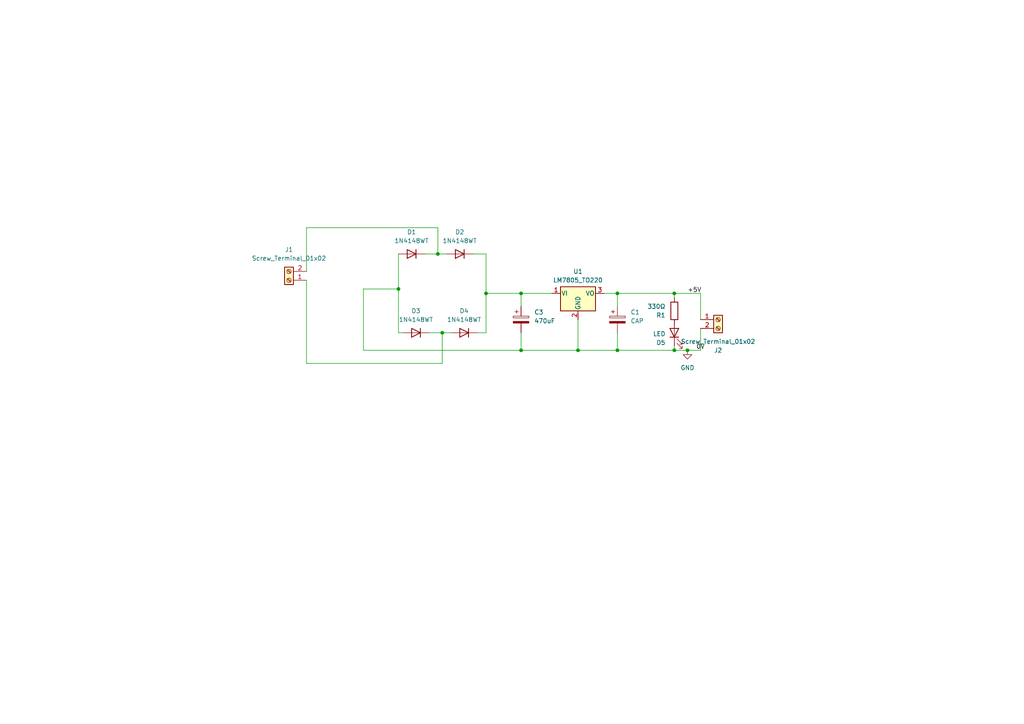
<source format=kicad_sch>
(kicad_sch
	(version 20250114)
	(generator "eeschema")
	(generator_version "9.0")
	(uuid "d2583d54-d566-483d-b76b-e68dc4f204ba")
	(paper "A4")
	(lib_symbols
		(symbol "Connector:Screw_Terminal_01x02"
			(pin_names
				(offset 1.016)
				(hide yes)
			)
			(exclude_from_sim no)
			(in_bom yes)
			(on_board yes)
			(property "Reference" "J"
				(at 0 2.54 0)
				(effects
					(font
						(size 1.27 1.27)
					)
				)
			)
			(property "Value" "Screw_Terminal_01x02"
				(at 0 -5.08 0)
				(effects
					(font
						(size 1.27 1.27)
					)
				)
			)
			(property "Footprint" ""
				(at 0 0 0)
				(effects
					(font
						(size 1.27 1.27)
					)
					(hide yes)
				)
			)
			(property "Datasheet" "~"
				(at 0 0 0)
				(effects
					(font
						(size 1.27 1.27)
					)
					(hide yes)
				)
			)
			(property "Description" "Generic screw terminal, single row, 01x02, script generated (kicad-library-utils/schlib/autogen/connector/)"
				(at 0 0 0)
				(effects
					(font
						(size 1.27 1.27)
					)
					(hide yes)
				)
			)
			(property "ki_keywords" "screw terminal"
				(at 0 0 0)
				(effects
					(font
						(size 1.27 1.27)
					)
					(hide yes)
				)
			)
			(property "ki_fp_filters" "TerminalBlock*:*"
				(at 0 0 0)
				(effects
					(font
						(size 1.27 1.27)
					)
					(hide yes)
				)
			)
			(symbol "Screw_Terminal_01x02_1_1"
				(rectangle
					(start -1.27 1.27)
					(end 1.27 -3.81)
					(stroke
						(width 0.254)
						(type default)
					)
					(fill
						(type background)
					)
				)
				(polyline
					(pts
						(xy -0.5334 0.3302) (xy 0.3302 -0.508)
					)
					(stroke
						(width 0.1524)
						(type default)
					)
					(fill
						(type none)
					)
				)
				(polyline
					(pts
						(xy -0.5334 -2.2098) (xy 0.3302 -3.048)
					)
					(stroke
						(width 0.1524)
						(type default)
					)
					(fill
						(type none)
					)
				)
				(polyline
					(pts
						(xy -0.3556 0.508) (xy 0.508 -0.3302)
					)
					(stroke
						(width 0.1524)
						(type default)
					)
					(fill
						(type none)
					)
				)
				(polyline
					(pts
						(xy -0.3556 -2.032) (xy 0.508 -2.8702)
					)
					(stroke
						(width 0.1524)
						(type default)
					)
					(fill
						(type none)
					)
				)
				(circle
					(center 0 0)
					(radius 0.635)
					(stroke
						(width 0.1524)
						(type default)
					)
					(fill
						(type none)
					)
				)
				(circle
					(center 0 -2.54)
					(radius 0.635)
					(stroke
						(width 0.1524)
						(type default)
					)
					(fill
						(type none)
					)
				)
				(pin passive line
					(at -5.08 0 0)
					(length 3.81)
					(name "Pin_1"
						(effects
							(font
								(size 1.27 1.27)
							)
						)
					)
					(number "1"
						(effects
							(font
								(size 1.27 1.27)
							)
						)
					)
				)
				(pin passive line
					(at -5.08 -2.54 0)
					(length 3.81)
					(name "Pin_2"
						(effects
							(font
								(size 1.27 1.27)
							)
						)
					)
					(number "2"
						(effects
							(font
								(size 1.27 1.27)
							)
						)
					)
				)
			)
			(embedded_fonts no)
		)
		(symbol "Device:C_Polarized"
			(pin_numbers
				(hide yes)
			)
			(pin_names
				(offset 0.254)
			)
			(exclude_from_sim no)
			(in_bom yes)
			(on_board yes)
			(property "Reference" "C"
				(at 0.635 2.54 0)
				(effects
					(font
						(size 1.27 1.27)
					)
					(justify left)
				)
			)
			(property "Value" "C_Polarized"
				(at 0.635 -2.54 0)
				(effects
					(font
						(size 1.27 1.27)
					)
					(justify left)
				)
			)
			(property "Footprint" ""
				(at 0.9652 -3.81 0)
				(effects
					(font
						(size 1.27 1.27)
					)
					(hide yes)
				)
			)
			(property "Datasheet" "~"
				(at 0 0 0)
				(effects
					(font
						(size 1.27 1.27)
					)
					(hide yes)
				)
			)
			(property "Description" "Polarized capacitor"
				(at 0 0 0)
				(effects
					(font
						(size 1.27 1.27)
					)
					(hide yes)
				)
			)
			(property "ki_keywords" "cap capacitor"
				(at 0 0 0)
				(effects
					(font
						(size 1.27 1.27)
					)
					(hide yes)
				)
			)
			(property "ki_fp_filters" "CP_*"
				(at 0 0 0)
				(effects
					(font
						(size 1.27 1.27)
					)
					(hide yes)
				)
			)
			(symbol "C_Polarized_0_1"
				(rectangle
					(start -2.286 0.508)
					(end 2.286 1.016)
					(stroke
						(width 0)
						(type default)
					)
					(fill
						(type none)
					)
				)
				(polyline
					(pts
						(xy -1.778 2.286) (xy -0.762 2.286)
					)
					(stroke
						(width 0)
						(type default)
					)
					(fill
						(type none)
					)
				)
				(polyline
					(pts
						(xy -1.27 2.794) (xy -1.27 1.778)
					)
					(stroke
						(width 0)
						(type default)
					)
					(fill
						(type none)
					)
				)
				(rectangle
					(start 2.286 -0.508)
					(end -2.286 -1.016)
					(stroke
						(width 0)
						(type default)
					)
					(fill
						(type outline)
					)
				)
			)
			(symbol "C_Polarized_1_1"
				(pin passive line
					(at 0 3.81 270)
					(length 2.794)
					(name "~"
						(effects
							(font
								(size 1.27 1.27)
							)
						)
					)
					(number "1"
						(effects
							(font
								(size 1.27 1.27)
							)
						)
					)
				)
				(pin passive line
					(at 0 -3.81 90)
					(length 2.794)
					(name "~"
						(effects
							(font
								(size 1.27 1.27)
							)
						)
					)
					(number "2"
						(effects
							(font
								(size 1.27 1.27)
							)
						)
					)
				)
			)
			(embedded_fonts no)
		)
		(symbol "Device:LED"
			(pin_numbers
				(hide yes)
			)
			(pin_names
				(offset 1.016)
				(hide yes)
			)
			(exclude_from_sim no)
			(in_bom yes)
			(on_board yes)
			(property "Reference" "D"
				(at 0 2.54 0)
				(effects
					(font
						(size 1.27 1.27)
					)
				)
			)
			(property "Value" "LED"
				(at 0 -2.54 0)
				(effects
					(font
						(size 1.27 1.27)
					)
				)
			)
			(property "Footprint" ""
				(at 0 0 0)
				(effects
					(font
						(size 1.27 1.27)
					)
					(hide yes)
				)
			)
			(property "Datasheet" "~"
				(at 0 0 0)
				(effects
					(font
						(size 1.27 1.27)
					)
					(hide yes)
				)
			)
			(property "Description" "Light emitting diode"
				(at 0 0 0)
				(effects
					(font
						(size 1.27 1.27)
					)
					(hide yes)
				)
			)
			(property "Sim.Pins" "1=K 2=A"
				(at 0 0 0)
				(effects
					(font
						(size 1.27 1.27)
					)
					(hide yes)
				)
			)
			(property "ki_keywords" "LED diode"
				(at 0 0 0)
				(effects
					(font
						(size 1.27 1.27)
					)
					(hide yes)
				)
			)
			(property "ki_fp_filters" "LED* LED_SMD:* LED_THT:*"
				(at 0 0 0)
				(effects
					(font
						(size 1.27 1.27)
					)
					(hide yes)
				)
			)
			(symbol "LED_0_1"
				(polyline
					(pts
						(xy -3.048 -0.762) (xy -4.572 -2.286) (xy -3.81 -2.286) (xy -4.572 -2.286) (xy -4.572 -1.524)
					)
					(stroke
						(width 0)
						(type default)
					)
					(fill
						(type none)
					)
				)
				(polyline
					(pts
						(xy -1.778 -0.762) (xy -3.302 -2.286) (xy -2.54 -2.286) (xy -3.302 -2.286) (xy -3.302 -1.524)
					)
					(stroke
						(width 0)
						(type default)
					)
					(fill
						(type none)
					)
				)
				(polyline
					(pts
						(xy -1.27 0) (xy 1.27 0)
					)
					(stroke
						(width 0)
						(type default)
					)
					(fill
						(type none)
					)
				)
				(polyline
					(pts
						(xy -1.27 -1.27) (xy -1.27 1.27)
					)
					(stroke
						(width 0.254)
						(type default)
					)
					(fill
						(type none)
					)
				)
				(polyline
					(pts
						(xy 1.27 -1.27) (xy 1.27 1.27) (xy -1.27 0) (xy 1.27 -1.27)
					)
					(stroke
						(width 0.254)
						(type default)
					)
					(fill
						(type none)
					)
				)
			)
			(symbol "LED_1_1"
				(pin passive line
					(at -3.81 0 0)
					(length 2.54)
					(name "K"
						(effects
							(font
								(size 1.27 1.27)
							)
						)
					)
					(number "1"
						(effects
							(font
								(size 1.27 1.27)
							)
						)
					)
				)
				(pin passive line
					(at 3.81 0 180)
					(length 2.54)
					(name "A"
						(effects
							(font
								(size 1.27 1.27)
							)
						)
					)
					(number "2"
						(effects
							(font
								(size 1.27 1.27)
							)
						)
					)
				)
			)
			(embedded_fonts no)
		)
		(symbol "Device:R"
			(pin_numbers
				(hide yes)
			)
			(pin_names
				(offset 0)
			)
			(exclude_from_sim no)
			(in_bom yes)
			(on_board yes)
			(property "Reference" "R"
				(at 2.032 0 90)
				(effects
					(font
						(size 1.27 1.27)
					)
				)
			)
			(property "Value" "R"
				(at 0 0 90)
				(effects
					(font
						(size 1.27 1.27)
					)
				)
			)
			(property "Footprint" ""
				(at -1.778 0 90)
				(effects
					(font
						(size 1.27 1.27)
					)
					(hide yes)
				)
			)
			(property "Datasheet" "~"
				(at 0 0 0)
				(effects
					(font
						(size 1.27 1.27)
					)
					(hide yes)
				)
			)
			(property "Description" "Resistor"
				(at 0 0 0)
				(effects
					(font
						(size 1.27 1.27)
					)
					(hide yes)
				)
			)
			(property "ki_keywords" "R res resistor"
				(at 0 0 0)
				(effects
					(font
						(size 1.27 1.27)
					)
					(hide yes)
				)
			)
			(property "ki_fp_filters" "R_*"
				(at 0 0 0)
				(effects
					(font
						(size 1.27 1.27)
					)
					(hide yes)
				)
			)
			(symbol "R_0_1"
				(rectangle
					(start -1.016 -2.54)
					(end 1.016 2.54)
					(stroke
						(width 0.254)
						(type default)
					)
					(fill
						(type none)
					)
				)
			)
			(symbol "R_1_1"
				(pin passive line
					(at 0 3.81 270)
					(length 1.27)
					(name "~"
						(effects
							(font
								(size 1.27 1.27)
							)
						)
					)
					(number "1"
						(effects
							(font
								(size 1.27 1.27)
							)
						)
					)
				)
				(pin passive line
					(at 0 -3.81 90)
					(length 1.27)
					(name "~"
						(effects
							(font
								(size 1.27 1.27)
							)
						)
					)
					(number "2"
						(effects
							(font
								(size 1.27 1.27)
							)
						)
					)
				)
			)
			(embedded_fonts no)
		)
		(symbol "Diode:1N4148WT"
			(pin_numbers
				(hide yes)
			)
			(pin_names
				(hide yes)
			)
			(exclude_from_sim no)
			(in_bom yes)
			(on_board yes)
			(property "Reference" "D"
				(at 0 2.54 0)
				(effects
					(font
						(size 1.27 1.27)
					)
				)
			)
			(property "Value" "1N4148WT"
				(at 0 -2.54 0)
				(effects
					(font
						(size 1.27 1.27)
					)
				)
			)
			(property "Footprint" "Diode_SMD:D_SOD-523"
				(at 0 -4.445 0)
				(effects
					(font
						(size 1.27 1.27)
					)
					(hide yes)
				)
			)
			(property "Datasheet" "https://www.diodes.com/assets/Datasheets/ds30396.pdf"
				(at 0 0 0)
				(effects
					(font
						(size 1.27 1.27)
					)
					(hide yes)
				)
			)
			(property "Description" "75V 0.15A Fast switching Diode, SOD-523"
				(at 0 0 0)
				(effects
					(font
						(size 1.27 1.27)
					)
					(hide yes)
				)
			)
			(property "Sim.Device" "D"
				(at 0 0 0)
				(effects
					(font
						(size 1.27 1.27)
					)
					(hide yes)
				)
			)
			(property "Sim.Pins" "1=K 2=A"
				(at 0 0 0)
				(effects
					(font
						(size 1.27 1.27)
					)
					(hide yes)
				)
			)
			(property "ki_keywords" "diode"
				(at 0 0 0)
				(effects
					(font
						(size 1.27 1.27)
					)
					(hide yes)
				)
			)
			(property "ki_fp_filters" "D*SOD?523*"
				(at 0 0 0)
				(effects
					(font
						(size 1.27 1.27)
					)
					(hide yes)
				)
			)
			(symbol "1N4148WT_0_1"
				(polyline
					(pts
						(xy -1.27 1.27) (xy -1.27 -1.27)
					)
					(stroke
						(width 0.254)
						(type default)
					)
					(fill
						(type none)
					)
				)
				(polyline
					(pts
						(xy 1.27 1.27) (xy 1.27 -1.27) (xy -1.27 0) (xy 1.27 1.27)
					)
					(stroke
						(width 0.254)
						(type default)
					)
					(fill
						(type none)
					)
				)
				(polyline
					(pts
						(xy 1.27 0) (xy -1.27 0)
					)
					(stroke
						(width 0)
						(type default)
					)
					(fill
						(type none)
					)
				)
			)
			(symbol "1N4148WT_1_1"
				(pin passive line
					(at -3.81 0 0)
					(length 2.54)
					(name "K"
						(effects
							(font
								(size 1.27 1.27)
							)
						)
					)
					(number "1"
						(effects
							(font
								(size 1.27 1.27)
							)
						)
					)
				)
				(pin passive line
					(at 3.81 0 180)
					(length 2.54)
					(name "A"
						(effects
							(font
								(size 1.27 1.27)
							)
						)
					)
					(number "2"
						(effects
							(font
								(size 1.27 1.27)
							)
						)
					)
				)
			)
			(embedded_fonts no)
		)
		(symbol "Regulator_Linear:LM7805_TO220"
			(pin_names
				(offset 0.254)
			)
			(exclude_from_sim no)
			(in_bom yes)
			(on_board yes)
			(property "Reference" "U"
				(at -3.81 3.175 0)
				(effects
					(font
						(size 1.27 1.27)
					)
				)
			)
			(property "Value" "LM7805_TO220"
				(at 0 3.175 0)
				(effects
					(font
						(size 1.27 1.27)
					)
					(justify left)
				)
			)
			(property "Footprint" "Package_TO_SOT_THT:TO-220-3_Vertical"
				(at 0 5.715 0)
				(effects
					(font
						(size 1.27 1.27)
						(italic yes)
					)
					(hide yes)
				)
			)
			(property "Datasheet" "https://www.onsemi.cn/PowerSolutions/document/MC7800-D.PDF"
				(at 0 -1.27 0)
				(effects
					(font
						(size 1.27 1.27)
					)
					(hide yes)
				)
			)
			(property "Description" "Positive 1A 35V Linear Regulator, Fixed Output 5V, TO-220"
				(at 0 0 0)
				(effects
					(font
						(size 1.27 1.27)
					)
					(hide yes)
				)
			)
			(property "ki_keywords" "Voltage Regulator 1A Positive"
				(at 0 0 0)
				(effects
					(font
						(size 1.27 1.27)
					)
					(hide yes)
				)
			)
			(property "ki_fp_filters" "TO?220*"
				(at 0 0 0)
				(effects
					(font
						(size 1.27 1.27)
					)
					(hide yes)
				)
			)
			(symbol "LM7805_TO220_0_1"
				(rectangle
					(start -5.08 1.905)
					(end 5.08 -5.08)
					(stroke
						(width 0.254)
						(type default)
					)
					(fill
						(type background)
					)
				)
			)
			(symbol "LM7805_TO220_1_1"
				(pin power_in line
					(at -7.62 0 0)
					(length 2.54)
					(name "VI"
						(effects
							(font
								(size 1.27 1.27)
							)
						)
					)
					(number "1"
						(effects
							(font
								(size 1.27 1.27)
							)
						)
					)
				)
				(pin power_in line
					(at 0 -7.62 90)
					(length 2.54)
					(name "GND"
						(effects
							(font
								(size 1.27 1.27)
							)
						)
					)
					(number "2"
						(effects
							(font
								(size 1.27 1.27)
							)
						)
					)
				)
				(pin power_out line
					(at 7.62 0 180)
					(length 2.54)
					(name "VO"
						(effects
							(font
								(size 1.27 1.27)
							)
						)
					)
					(number "3"
						(effects
							(font
								(size 1.27 1.27)
							)
						)
					)
				)
			)
			(embedded_fonts no)
		)
		(symbol "power:GND"
			(power)
			(pin_numbers
				(hide yes)
			)
			(pin_names
				(offset 0)
				(hide yes)
			)
			(exclude_from_sim no)
			(in_bom yes)
			(on_board yes)
			(property "Reference" "#PWR"
				(at 0 -6.35 0)
				(effects
					(font
						(size 1.27 1.27)
					)
					(hide yes)
				)
			)
			(property "Value" "GND"
				(at 0 -3.81 0)
				(effects
					(font
						(size 1.27 1.27)
					)
				)
			)
			(property "Footprint" ""
				(at 0 0 0)
				(effects
					(font
						(size 1.27 1.27)
					)
					(hide yes)
				)
			)
			(property "Datasheet" ""
				(at 0 0 0)
				(effects
					(font
						(size 1.27 1.27)
					)
					(hide yes)
				)
			)
			(property "Description" "Power symbol creates a global label with name \"GND\" , ground"
				(at 0 0 0)
				(effects
					(font
						(size 1.27 1.27)
					)
					(hide yes)
				)
			)
			(property "ki_keywords" "global power"
				(at 0 0 0)
				(effects
					(font
						(size 1.27 1.27)
					)
					(hide yes)
				)
			)
			(symbol "GND_0_1"
				(polyline
					(pts
						(xy 0 0) (xy 0 -1.27) (xy 1.27 -1.27) (xy 0 -2.54) (xy -1.27 -1.27) (xy 0 -1.27)
					)
					(stroke
						(width 0)
						(type default)
					)
					(fill
						(type none)
					)
				)
			)
			(symbol "GND_1_1"
				(pin power_in line
					(at 0 0 270)
					(length 0)
					(name "~"
						(effects
							(font
								(size 1.27 1.27)
							)
						)
					)
					(number "1"
						(effects
							(font
								(size 1.27 1.27)
							)
						)
					)
				)
			)
			(embedded_fonts no)
		)
	)
	(junction
		(at 195.58 85.09)
		(diameter 0)
		(color 0 0 0 0)
		(uuid "0c1624c0-b687-4a33-98f7-a373280b701e")
	)
	(junction
		(at 140.97 85.09)
		(diameter 0)
		(color 0 0 0 0)
		(uuid "1cf6b069-873c-4647-9964-e1ec548fdded")
	)
	(junction
		(at 195.58 101.6)
		(diameter 0)
		(color 0 0 0 0)
		(uuid "30a99384-7cbd-4ff8-8cc4-0bbecb0444ac")
	)
	(junction
		(at 179.07 101.6)
		(diameter 0)
		(color 0 0 0 0)
		(uuid "3a15ee19-098d-4dd3-b072-230f989e450f")
	)
	(junction
		(at 199.39 101.6)
		(diameter 0)
		(color 0 0 0 0)
		(uuid "65697966-9d9d-4ce3-9053-0697cfe7e6bb")
	)
	(junction
		(at 179.07 85.09)
		(diameter 0)
		(color 0 0 0 0)
		(uuid "6bcb8ec9-c419-4c93-8f86-2feb297cee91")
	)
	(junction
		(at 127 73.66)
		(diameter 0)
		(color 0 0 0 0)
		(uuid "80d55d0a-2cc9-48e3-88fa-8c3c4d946895")
	)
	(junction
		(at 167.64 101.6)
		(diameter 0)
		(color 0 0 0 0)
		(uuid "8c8feedf-8e53-494b-a076-662d7f715aa2")
	)
	(junction
		(at 151.13 85.09)
		(diameter 0)
		(color 0 0 0 0)
		(uuid "9374ca8f-781a-4450-871f-b3d17def05f1")
	)
	(junction
		(at 128.27 96.52)
		(diameter 0)
		(color 0 0 0 0)
		(uuid "a0f8bd4e-d707-4233-bd79-04d8fa1e6197")
	)
	(junction
		(at 115.57 83.82)
		(diameter 0)
		(color 0 0 0 0)
		(uuid "a87a5ff7-56b0-4848-a75f-adb4139a9158")
	)
	(junction
		(at 151.13 101.6)
		(diameter 0)
		(color 0 0 0 0)
		(uuid "e094eaa4-6c8a-4d96-8290-bc645bfd0135")
	)
	(wire
		(pts
			(xy 199.39 101.6) (xy 203.2 101.6)
		)
		(stroke
			(width 0)
			(type default)
		)
		(uuid "000cb30d-92a3-48d6-9ecc-bd29f2317cd7")
	)
	(wire
		(pts
			(xy 88.9 66.04) (xy 127 66.04)
		)
		(stroke
			(width 0)
			(type default)
		)
		(uuid "1af55af5-bb3f-4dcc-af05-fa4dc889d4db")
	)
	(wire
		(pts
			(xy 140.97 85.09) (xy 151.13 85.09)
		)
		(stroke
			(width 0)
			(type default)
		)
		(uuid "32280617-c397-4ffd-a8a9-230ae1396d76")
	)
	(wire
		(pts
			(xy 123.19 73.66) (xy 127 73.66)
		)
		(stroke
			(width 0)
			(type default)
		)
		(uuid "39942ed4-d612-446a-acc4-0c9cc8985b16")
	)
	(wire
		(pts
			(xy 195.58 85.09) (xy 203.2 85.09)
		)
		(stroke
			(width 0)
			(type default)
		)
		(uuid "3ad2c5aa-6f6b-446a-932b-07504d91ee0e")
	)
	(wire
		(pts
			(xy 88.9 81.28) (xy 88.9 105.41)
		)
		(stroke
			(width 0)
			(type default)
		)
		(uuid "48f5b4fa-dc24-4d08-81bb-09d93274c381")
	)
	(wire
		(pts
			(xy 105.41 83.82) (xy 105.41 101.6)
		)
		(stroke
			(width 0)
			(type default)
		)
		(uuid "4d5bf1fe-ff31-4ad7-bcfb-b51d2a2414e6")
	)
	(wire
		(pts
			(xy 151.13 85.09) (xy 160.02 85.09)
		)
		(stroke
			(width 0)
			(type default)
		)
		(uuid "4d8086e7-aa0b-4fcf-a860-8ce4041fe1f8")
	)
	(wire
		(pts
			(xy 179.07 88.9) (xy 179.07 85.09)
		)
		(stroke
			(width 0)
			(type default)
		)
		(uuid "4e07eee4-f6e6-4c58-a14a-3b6375c82e57")
	)
	(wire
		(pts
			(xy 115.57 73.66) (xy 115.57 83.82)
		)
		(stroke
			(width 0)
			(type default)
		)
		(uuid "5318a9df-1b50-4368-88a9-9734ed2803fe")
	)
	(wire
		(pts
			(xy 179.07 96.52) (xy 179.07 101.6)
		)
		(stroke
			(width 0)
			(type default)
		)
		(uuid "563dc32d-3609-4b66-9585-f3c00378ea0f")
	)
	(wire
		(pts
			(xy 124.46 96.52) (xy 128.27 96.52)
		)
		(stroke
			(width 0)
			(type default)
		)
		(uuid "595518a2-5bbe-4c50-9ec6-a2998481ffb2")
	)
	(wire
		(pts
			(xy 140.97 85.09) (xy 140.97 73.66)
		)
		(stroke
			(width 0)
			(type default)
		)
		(uuid "60e58534-a5e3-4f74-ae9f-a2c49700c98e")
	)
	(wire
		(pts
			(xy 127 73.66) (xy 129.54 73.66)
		)
		(stroke
			(width 0)
			(type default)
		)
		(uuid "6199cd5f-0a86-4e95-ae56-d6ef1c11ef54")
	)
	(wire
		(pts
			(xy 88.9 105.41) (xy 128.27 105.41)
		)
		(stroke
			(width 0)
			(type default)
		)
		(uuid "61c1b9a5-fe58-4783-bc16-9c8fc86a4d54")
	)
	(wire
		(pts
			(xy 195.58 86.36) (xy 195.58 85.09)
		)
		(stroke
			(width 0)
			(type default)
		)
		(uuid "63d26877-e478-4287-a6cf-9798b64b9be0")
	)
	(wire
		(pts
			(xy 140.97 96.52) (xy 140.97 85.09)
		)
		(stroke
			(width 0)
			(type default)
		)
		(uuid "66bb5bb4-5c23-4f9d-bff4-81760492a620")
	)
	(wire
		(pts
			(xy 195.58 92.71) (xy 195.58 93.98)
		)
		(stroke
			(width 0)
			(type default)
		)
		(uuid "693fd0a6-9dd6-4298-80f8-4188000edd0b")
	)
	(wire
		(pts
			(xy 128.27 96.52) (xy 130.81 96.52)
		)
		(stroke
			(width 0)
			(type default)
		)
		(uuid "70492af8-ad1c-4442-a8de-bea6e639e03e")
	)
	(wire
		(pts
			(xy 195.58 100.33) (xy 195.58 101.6)
		)
		(stroke
			(width 0)
			(type default)
		)
		(uuid "7088d283-35fa-4360-8e83-da5cd441978c")
	)
	(wire
		(pts
			(xy 167.64 101.6) (xy 179.07 101.6)
		)
		(stroke
			(width 0)
			(type default)
		)
		(uuid "7d94b2ce-7416-4eb9-b360-bfe51d57082f")
	)
	(wire
		(pts
			(xy 128.27 96.52) (xy 128.27 105.41)
		)
		(stroke
			(width 0)
			(type default)
		)
		(uuid "7f94abfd-af56-470d-9a60-ad3c51f45a2f")
	)
	(wire
		(pts
			(xy 115.57 96.52) (xy 116.84 96.52)
		)
		(stroke
			(width 0)
			(type default)
		)
		(uuid "81e1bc8c-f7c8-437b-ab3f-78e2d392edcf")
	)
	(wire
		(pts
			(xy 195.58 101.6) (xy 199.39 101.6)
		)
		(stroke
			(width 0)
			(type default)
		)
		(uuid "846a5e5f-e934-4d6b-a01d-0fc0af77df0b")
	)
	(wire
		(pts
			(xy 175.26 85.09) (xy 179.07 85.09)
		)
		(stroke
			(width 0)
			(type default)
		)
		(uuid "84f90c50-6a36-4ed7-9eae-3dadcbb11104")
	)
	(wire
		(pts
			(xy 115.57 83.82) (xy 105.41 83.82)
		)
		(stroke
			(width 0)
			(type default)
		)
		(uuid "87a6fe83-b1de-4715-a8d3-b66993a72798")
	)
	(wire
		(pts
			(xy 115.57 83.82) (xy 115.57 96.52)
		)
		(stroke
			(width 0)
			(type default)
		)
		(uuid "939951a4-ba52-4aa5-98e4-b9bc2e92b62b")
	)
	(wire
		(pts
			(xy 127 73.66) (xy 127 66.04)
		)
		(stroke
			(width 0)
			(type default)
		)
		(uuid "98e302be-1862-40d0-9c99-5789b5b64171")
	)
	(wire
		(pts
			(xy 179.07 101.6) (xy 195.58 101.6)
		)
		(stroke
			(width 0)
			(type default)
		)
		(uuid "9e203793-618f-453a-9804-69af9bde2e5a")
	)
	(wire
		(pts
			(xy 140.97 73.66) (xy 137.16 73.66)
		)
		(stroke
			(width 0)
			(type default)
		)
		(uuid "a0f19db3-aacd-4460-ac67-7f6a30a6ae5b")
	)
	(wire
		(pts
			(xy 203.2 92.71) (xy 203.2 85.09)
		)
		(stroke
			(width 0)
			(type default)
		)
		(uuid "a3c9e96f-551c-4e8a-9ea1-d89ec2d1103b")
	)
	(wire
		(pts
			(xy 167.64 92.71) (xy 167.64 101.6)
		)
		(stroke
			(width 0)
			(type default)
		)
		(uuid "a95f5e0e-00bf-4488-8e4b-76811000ce6c")
	)
	(wire
		(pts
			(xy 105.41 101.6) (xy 151.13 101.6)
		)
		(stroke
			(width 0)
			(type default)
		)
		(uuid "bda58608-1a1e-4b67-aa81-616ba454ce0e")
	)
	(wire
		(pts
			(xy 138.43 96.52) (xy 140.97 96.52)
		)
		(stroke
			(width 0)
			(type default)
		)
		(uuid "c1284afb-382d-40fc-a9bb-e6f853f60968")
	)
	(wire
		(pts
			(xy 151.13 85.09) (xy 151.13 88.9)
		)
		(stroke
			(width 0)
			(type default)
		)
		(uuid "cd3a4dcd-b1e4-4d59-871a-724f8acb1058")
	)
	(wire
		(pts
			(xy 151.13 101.6) (xy 167.64 101.6)
		)
		(stroke
			(width 0)
			(type default)
		)
		(uuid "df69b9e8-5876-4393-a04f-631761e623a2")
	)
	(wire
		(pts
			(xy 88.9 66.04) (xy 88.9 78.74)
		)
		(stroke
			(width 0)
			(type default)
		)
		(uuid "f069925f-9210-445b-bb77-f026d7e6bb4d")
	)
	(wire
		(pts
			(xy 203.2 95.25) (xy 203.2 101.6)
		)
		(stroke
			(width 0)
			(type default)
		)
		(uuid "f9830304-a0ca-422c-8abe-e7053259fb07")
	)
	(wire
		(pts
			(xy 179.07 85.09) (xy 195.58 85.09)
		)
		(stroke
			(width 0)
			(type default)
		)
		(uuid "fedcc1ea-d808-4469-a207-20f3d809d72d")
	)
	(wire
		(pts
			(xy 151.13 96.52) (xy 151.13 101.6)
		)
		(stroke
			(width 0)
			(type default)
		)
		(uuid "fef69f8d-bbae-448c-8445-b07c7d41fb2c")
	)
	(label "0V"
		(at 201.93 101.6 0)
		(effects
			(font
				(size 1.27 1.27)
			)
			(justify left bottom)
		)
		(uuid "7e0abf90-46c9-4c08-9be0-66ddd3c160b5")
	)
	(label "+5V"
		(at 199.39 85.09 0)
		(effects
			(font
				(size 1.27 1.27)
			)
			(justify left bottom)
		)
		(uuid "907608b2-273d-4ebc-985c-8d100465b9ea")
	)
	(symbol
		(lib_id "Diode:1N4148WT")
		(at 133.35 73.66 180)
		(unit 1)
		(exclude_from_sim no)
		(in_bom yes)
		(on_board yes)
		(dnp no)
		(fields_autoplaced yes)
		(uuid "0c331ce4-d575-4e46-982d-e5faf5b12102")
		(property "Reference" "D2"
			(at 133.35 67.31 0)
			(effects
				(font
					(size 1.27 1.27)
				)
			)
		)
		(property "Value" "1N4148WT"
			(at 133.35 69.85 0)
			(effects
				(font
					(size 1.27 1.27)
				)
			)
		)
		(property "Footprint" "Diode_THT:D_DO-35_SOD27_P10.16mm_Horizontal"
			(at 133.35 69.215 0)
			(effects
				(font
					(size 1.27 1.27)
				)
				(hide yes)
			)
		)
		(property "Datasheet" "https://www.diodes.com/assets/Datasheets/ds30396.pdf"
			(at 133.35 73.66 0)
			(effects
				(font
					(size 1.27 1.27)
				)
				(hide yes)
			)
		)
		(property "Description" "75V 0.15A Fast switching Diode, SOD-523"
			(at 133.35 73.66 0)
			(effects
				(font
					(size 1.27 1.27)
				)
				(hide yes)
			)
		)
		(property "Sim.Device" "D"
			(at 133.35 73.66 0)
			(effects
				(font
					(size 1.27 1.27)
				)
				(hide yes)
			)
		)
		(property "Sim.Pins" "1=K 2=A"
			(at 133.35 73.66 0)
			(effects
				(font
					(size 1.27 1.27)
				)
				(hide yes)
			)
		)
		(pin "2"
			(uuid "867da81f-ae7d-4e17-a8da-d1ffddeefb6a")
		)
		(pin "1"
			(uuid "2c358309-3847-4850-b899-414bb0622256")
		)
		(instances
			(project ""
				(path "/d2583d54-d566-483d-b76b-e68dc4f204ba"
					(reference "D2")
					(unit 1)
				)
			)
		)
	)
	(symbol
		(lib_id "Connector:Screw_Terminal_01x02")
		(at 208.28 92.71 0)
		(unit 1)
		(exclude_from_sim no)
		(in_bom yes)
		(on_board yes)
		(dnp no)
		(uuid "1e349801-86c8-4eb3-836a-c5fb0f2f2a0c")
		(property "Reference" "J2"
			(at 208.28 101.6 0)
			(effects
				(font
					(size 1.27 1.27)
				)
			)
		)
		(property "Value" "Screw_Terminal_01x02"
			(at 208.28 99.06 0)
			(effects
				(font
					(size 1.27 1.27)
				)
			)
		)
		(property "Footprint" "TerminalBlock:TerminalBlock_MaiXu_MX126-5.0-02P_1x02_P5.00mm"
			(at 208.28 92.71 0)
			(effects
				(font
					(size 1.27 1.27)
				)
				(hide yes)
			)
		)
		(property "Datasheet" "~"
			(at 208.28 92.71 0)
			(effects
				(font
					(size 1.27 1.27)
				)
				(hide yes)
			)
		)
		(property "Description" "Generic screw terminal, single row, 01x02, script generated (kicad-library-utils/schlib/autogen/connector/)"
			(at 208.28 92.71 0)
			(effects
				(font
					(size 1.27 1.27)
				)
				(hide yes)
			)
		)
		(pin "2"
			(uuid "78587377-5a02-499a-945f-3e39cc616d13")
		)
		(pin "1"
			(uuid "7a2eea72-5e28-48cf-9fb6-adf38efe1391")
		)
		(instances
			(project "circuitathon"
				(path "/d2583d54-d566-483d-b76b-e68dc4f204ba"
					(reference "J2")
					(unit 1)
				)
			)
		)
	)
	(symbol
		(lib_id "Device:C_Polarized")
		(at 151.13 92.71 0)
		(unit 1)
		(exclude_from_sim no)
		(in_bom yes)
		(on_board yes)
		(dnp no)
		(fields_autoplaced yes)
		(uuid "514bd3df-8da7-4ae2-9963-bb59c4e8e5fc")
		(property "Reference" "C3"
			(at 154.94 90.5509 0)
			(effects
				(font
					(size 1.27 1.27)
				)
				(justify left)
			)
		)
		(property "Value" "470uF"
			(at 154.94 93.0909 0)
			(effects
				(font
					(size 1.27 1.27)
				)
				(justify left)
			)
		)
		(property "Footprint" "Capacitor_THT:CP_Radial_D10.0mm_P3.50mm"
			(at 152.0952 96.52 0)
			(effects
				(font
					(size 1.27 1.27)
				)
				(hide yes)
			)
		)
		(property "Datasheet" "~"
			(at 151.13 92.71 0)
			(effects
				(font
					(size 1.27 1.27)
				)
				(hide yes)
			)
		)
		(property "Description" "Polarized capacitor"
			(at 151.13 92.71 0)
			(effects
				(font
					(size 1.27 1.27)
				)
				(hide yes)
			)
		)
		(pin "2"
			(uuid "84415f42-92ff-4db7-bdc1-9a10e5cad68a")
		)
		(pin "1"
			(uuid "c692c3d4-2e84-43b4-93f0-5ee9965fd9a6")
		)
		(instances
			(project ""
				(path "/d2583d54-d566-483d-b76b-e68dc4f204ba"
					(reference "C3")
					(unit 1)
				)
			)
		)
	)
	(symbol
		(lib_id "Diode:1N4148WT")
		(at 134.62 96.52 180)
		(unit 1)
		(exclude_from_sim no)
		(in_bom yes)
		(on_board yes)
		(dnp no)
		(fields_autoplaced yes)
		(uuid "64d79868-1658-4577-9c7f-89df08913a4d")
		(property "Reference" "D4"
			(at 134.62 90.17 0)
			(effects
				(font
					(size 1.27 1.27)
				)
			)
		)
		(property "Value" "1N4148WT"
			(at 134.62 92.71 0)
			(effects
				(font
					(size 1.27 1.27)
				)
			)
		)
		(property "Footprint" "Diode_THT:D_DO-35_SOD27_P10.16mm_Horizontal"
			(at 134.62 92.075 0)
			(effects
				(font
					(size 1.27 1.27)
				)
				(hide yes)
			)
		)
		(property "Datasheet" "https://www.diodes.com/assets/Datasheets/ds30396.pdf"
			(at 134.62 96.52 0)
			(effects
				(font
					(size 1.27 1.27)
				)
				(hide yes)
			)
		)
		(property "Description" "75V 0.15A Fast switching Diode, SOD-523"
			(at 134.62 96.52 0)
			(effects
				(font
					(size 1.27 1.27)
				)
				(hide yes)
			)
		)
		(property "Sim.Device" "D"
			(at 134.62 96.52 0)
			(effects
				(font
					(size 1.27 1.27)
				)
				(hide yes)
			)
		)
		(property "Sim.Pins" "1=K 2=A"
			(at 134.62 96.52 0)
			(effects
				(font
					(size 1.27 1.27)
				)
				(hide yes)
			)
		)
		(pin "2"
			(uuid "46623a58-1996-4179-a654-62666038226b")
		)
		(pin "1"
			(uuid "9686ab23-272a-451d-90f4-989a0472af6b")
		)
		(instances
			(project ""
				(path "/d2583d54-d566-483d-b76b-e68dc4f204ba"
					(reference "D4")
					(unit 1)
				)
			)
		)
	)
	(symbol
		(lib_id "power:GND")
		(at 199.39 101.6 0)
		(unit 1)
		(exclude_from_sim no)
		(in_bom yes)
		(on_board yes)
		(dnp no)
		(fields_autoplaced yes)
		(uuid "703f49f1-4200-4b12-8285-3cd5b91437eb")
		(property "Reference" "#PWR01"
			(at 199.39 107.95 0)
			(effects
				(font
					(size 1.27 1.27)
				)
				(hide yes)
			)
		)
		(property "Value" "GND"
			(at 199.39 106.68 0)
			(effects
				(font
					(size 1.27 1.27)
				)
			)
		)
		(property "Footprint" ""
			(at 199.39 101.6 0)
			(effects
				(font
					(size 1.27 1.27)
				)
				(hide yes)
			)
		)
		(property "Datasheet" ""
			(at 199.39 101.6 0)
			(effects
				(font
					(size 1.27 1.27)
				)
				(hide yes)
			)
		)
		(property "Description" "Power symbol creates a global label with name \"GND\" , ground"
			(at 199.39 101.6 0)
			(effects
				(font
					(size 1.27 1.27)
				)
				(hide yes)
			)
		)
		(pin "1"
			(uuid "187fc4ac-f7f9-489e-8abd-f2e82df2876c")
		)
		(instances
			(project ""
				(path "/d2583d54-d566-483d-b76b-e68dc4f204ba"
					(reference "#PWR01")
					(unit 1)
				)
			)
		)
	)
	(symbol
		(lib_id "Regulator_Linear:LM7805_TO220")
		(at 167.64 85.09 0)
		(unit 1)
		(exclude_from_sim no)
		(in_bom yes)
		(on_board yes)
		(dnp no)
		(fields_autoplaced yes)
		(uuid "77f3bae2-21be-47d3-94d6-7bbc10de1ec9")
		(property "Reference" "U1"
			(at 167.64 78.74 0)
			(effects
				(font
					(size 1.27 1.27)
				)
			)
		)
		(property "Value" "LM7805_TO220"
			(at 167.64 81.28 0)
			(effects
				(font
					(size 1.27 1.27)
				)
			)
		)
		(property "Footprint" "Package_TO_SOT_THT:TO-220-3_Vertical"
			(at 167.64 79.375 0)
			(effects
				(font
					(size 1.27 1.27)
					(italic yes)
				)
				(hide yes)
			)
		)
		(property "Datasheet" "https://www.onsemi.cn/PowerSolutions/document/MC7800-D.PDF"
			(at 167.64 86.36 0)
			(effects
				(font
					(size 1.27 1.27)
				)
				(hide yes)
			)
		)
		(property "Description" "Positive 1A 35V Linear Regulator, Fixed Output 5V, TO-220"
			(at 167.64 85.09 0)
			(effects
				(font
					(size 1.27 1.27)
				)
				(hide yes)
			)
		)
		(pin "3"
			(uuid "0396c9a4-2f90-4764-9970-6b6b6f166131")
		)
		(pin "1"
			(uuid "982706f1-7e46-40ec-9ba8-8cb0d1f568bf")
		)
		(pin "2"
			(uuid "df1094aa-9f3c-439c-965c-b0b74b603a7c")
		)
		(instances
			(project ""
				(path "/d2583d54-d566-483d-b76b-e68dc4f204ba"
					(reference "U1")
					(unit 1)
				)
			)
		)
	)
	(symbol
		(lib_id "Diode:1N4148WT")
		(at 119.38 73.66 180)
		(unit 1)
		(exclude_from_sim no)
		(in_bom yes)
		(on_board yes)
		(dnp no)
		(fields_autoplaced yes)
		(uuid "78aba3dd-7857-432f-af6f-17597157b772")
		(property "Reference" "D1"
			(at 119.38 67.31 0)
			(effects
				(font
					(size 1.27 1.27)
				)
			)
		)
		(property "Value" "1N4148WT"
			(at 119.38 69.85 0)
			(effects
				(font
					(size 1.27 1.27)
				)
			)
		)
		(property "Footprint" "Diode_THT:D_DO-35_SOD27_P10.16mm_Horizontal"
			(at 119.38 69.215 0)
			(effects
				(font
					(size 1.27 1.27)
				)
				(hide yes)
			)
		)
		(property "Datasheet" "https://www.diodes.com/assets/Datasheets/ds30396.pdf"
			(at 119.38 73.66 0)
			(effects
				(font
					(size 1.27 1.27)
				)
				(hide yes)
			)
		)
		(property "Description" "75V 0.15A Fast switching Diode, SOD-523"
			(at 119.38 73.66 0)
			(effects
				(font
					(size 1.27 1.27)
				)
				(hide yes)
			)
		)
		(property "Sim.Device" "D"
			(at 119.38 73.66 0)
			(effects
				(font
					(size 1.27 1.27)
				)
				(hide yes)
			)
		)
		(property "Sim.Pins" "1=K 2=A"
			(at 119.38 73.66 0)
			(effects
				(font
					(size 1.27 1.27)
				)
				(hide yes)
			)
		)
		(pin "2"
			(uuid "b65bcdeb-93b3-4234-8c27-da1344bf7b4d")
		)
		(pin "1"
			(uuid "c9569ae4-af43-4f6f-98e0-a29f464000da")
		)
		(instances
			(project ""
				(path "/d2583d54-d566-483d-b76b-e68dc4f204ba"
					(reference "D1")
					(unit 1)
				)
			)
		)
	)
	(symbol
		(lib_id "Connector:Screw_Terminal_01x02")
		(at 83.82 81.28 180)
		(unit 1)
		(exclude_from_sim no)
		(in_bom yes)
		(on_board yes)
		(dnp no)
		(uuid "8f12d3b7-5d70-4528-8b13-c2957b976aec")
		(property "Reference" "J1"
			(at 83.82 72.39 0)
			(effects
				(font
					(size 1.27 1.27)
				)
			)
		)
		(property "Value" "Screw_Terminal_01x02"
			(at 83.82 74.93 0)
			(effects
				(font
					(size 1.27 1.27)
				)
			)
		)
		(property "Footprint" "TerminalBlock:TerminalBlock_MaiXu_MX126-5.0-02P_1x02_P5.00mm"
			(at 83.82 81.28 0)
			(effects
				(font
					(size 1.27 1.27)
				)
				(hide yes)
			)
		)
		(property "Datasheet" "~"
			(at 83.82 81.28 0)
			(effects
				(font
					(size 1.27 1.27)
				)
				(hide yes)
			)
		)
		(property "Description" "Generic screw terminal, single row, 01x02, script generated (kicad-library-utils/schlib/autogen/connector/)"
			(at 83.82 81.28 0)
			(effects
				(font
					(size 1.27 1.27)
				)
				(hide yes)
			)
		)
		(pin "2"
			(uuid "769467dd-94bc-4399-b978-19aa7028dfc7")
		)
		(pin "1"
			(uuid "94f632f9-0ff1-4b5c-b6e0-815bbae4e542")
		)
		(instances
			(project ""
				(path "/d2583d54-d566-483d-b76b-e68dc4f204ba"
					(reference "J1")
					(unit 1)
				)
			)
		)
	)
	(symbol
		(lib_id "Device:C_Polarized")
		(at 179.07 92.71 0)
		(unit 1)
		(exclude_from_sim no)
		(in_bom yes)
		(on_board yes)
		(dnp no)
		(fields_autoplaced yes)
		(uuid "a56cb1db-34b0-4e46-9a8c-20b803fdbf88")
		(property "Reference" "C1"
			(at 182.88 90.5509 0)
			(effects
				(font
					(size 1.27 1.27)
				)
				(justify left)
			)
		)
		(property "Value" "CAP"
			(at 182.88 93.0909 0)
			(effects
				(font
					(size 1.27 1.27)
				)
				(justify left)
			)
		)
		(property "Footprint" "Capacitor_THT:CP_Radial_D10.0mm_P3.50mm"
			(at 180.0352 96.52 0)
			(effects
				(font
					(size 1.27 1.27)
				)
				(hide yes)
			)
		)
		(property "Datasheet" "~"
			(at 179.07 92.71 0)
			(effects
				(font
					(size 1.27 1.27)
				)
				(hide yes)
			)
		)
		(property "Description" "Polarized capacitor"
			(at 179.07 92.71 0)
			(effects
				(font
					(size 1.27 1.27)
				)
				(hide yes)
			)
		)
		(pin "2"
			(uuid "c8e8e043-4594-4307-9f02-cdef09cf0e56")
		)
		(pin "1"
			(uuid "dedec97c-53f0-4650-af12-d5d0f0eca972")
		)
		(instances
			(project "circuitathon"
				(path "/d2583d54-d566-483d-b76b-e68dc4f204ba"
					(reference "C1")
					(unit 1)
				)
			)
		)
	)
	(symbol
		(lib_id "Device:LED")
		(at 195.58 96.52 90)
		(unit 1)
		(exclude_from_sim no)
		(in_bom yes)
		(on_board yes)
		(dnp no)
		(fields_autoplaced yes)
		(uuid "b71ef42c-e899-49b3-be77-a48131820c7d")
		(property "Reference" "D5"
			(at 193.04 99.3776 90)
			(effects
				(font
					(size 1.27 1.27)
				)
				(justify left)
			)
		)
		(property "Value" "LED"
			(at 193.04 96.8376 90)
			(effects
				(font
					(size 1.27 1.27)
				)
				(justify left)
			)
		)
		(property "Footprint" "LED_THT:LED_D5.0mm_Clear"
			(at 195.58 96.52 0)
			(effects
				(font
					(size 1.27 1.27)
				)
				(hide yes)
			)
		)
		(property "Datasheet" "~"
			(at 195.58 96.52 0)
			(effects
				(font
					(size 1.27 1.27)
				)
				(hide yes)
			)
		)
		(property "Description" "Light emitting diode"
			(at 195.58 96.52 0)
			(effects
				(font
					(size 1.27 1.27)
				)
				(hide yes)
			)
		)
		(property "Sim.Pins" "1=K 2=A"
			(at 195.58 96.52 0)
			(effects
				(font
					(size 1.27 1.27)
				)
				(hide yes)
			)
		)
		(pin "1"
			(uuid "e25eb409-7415-4664-b084-fe3c58ac2456")
		)
		(pin "2"
			(uuid "a46df065-1c74-450f-8595-76b15a4960e6")
		)
		(instances
			(project ""
				(path "/d2583d54-d566-483d-b76b-e68dc4f204ba"
					(reference "D5")
					(unit 1)
				)
			)
		)
	)
	(symbol
		(lib_id "Diode:1N4148WT")
		(at 120.65 96.52 180)
		(unit 1)
		(exclude_from_sim no)
		(in_bom yes)
		(on_board yes)
		(dnp no)
		(fields_autoplaced yes)
		(uuid "ba7e31dc-4618-4dc5-9c6a-78219b6878da")
		(property "Reference" "D3"
			(at 120.65 90.17 0)
			(effects
				(font
					(size 1.27 1.27)
				)
			)
		)
		(property "Value" "1N4148WT"
			(at 120.65 92.71 0)
			(effects
				(font
					(size 1.27 1.27)
				)
			)
		)
		(property "Footprint" "Diode_THT:D_DO-35_SOD27_P10.16mm_Horizontal"
			(at 120.65 92.075 0)
			(effects
				(font
					(size 1.27 1.27)
				)
				(hide yes)
			)
		)
		(property "Datasheet" "https://www.diodes.com/assets/Datasheets/ds30396.pdf"
			(at 120.65 96.52 0)
			(effects
				(font
					(size 1.27 1.27)
				)
				(hide yes)
			)
		)
		(property "Description" "75V 0.15A Fast switching Diode, SOD-523"
			(at 120.65 96.52 0)
			(effects
				(font
					(size 1.27 1.27)
				)
				(hide yes)
			)
		)
		(property "Sim.Device" "D"
			(at 120.65 96.52 0)
			(effects
				(font
					(size 1.27 1.27)
				)
				(hide yes)
			)
		)
		(property "Sim.Pins" "1=K 2=A"
			(at 120.65 96.52 0)
			(effects
				(font
					(size 1.27 1.27)
				)
				(hide yes)
			)
		)
		(pin "1"
			(uuid "506ebf5d-0109-437c-b86e-34bab8c04289")
		)
		(pin "2"
			(uuid "45bd4377-29af-428b-bcf4-e95548916954")
		)
		(instances
			(project ""
				(path "/d2583d54-d566-483d-b76b-e68dc4f204ba"
					(reference "D3")
					(unit 1)
				)
			)
		)
	)
	(symbol
		(lib_id "Device:R")
		(at 195.58 90.17 180)
		(unit 1)
		(exclude_from_sim no)
		(in_bom yes)
		(on_board yes)
		(dnp no)
		(fields_autoplaced yes)
		(uuid "e18851de-4a7e-4bb9-b263-ca7bb511c0e7")
		(property "Reference" "R1"
			(at 193.04 91.4401 0)
			(effects
				(font
					(size 1.27 1.27)
				)
				(justify left)
			)
		)
		(property "Value" "330Ω"
			(at 193.04 88.9001 0)
			(effects
				(font
					(size 1.27 1.27)
				)
				(justify left)
			)
		)
		(property "Footprint" "Resistor_THT:R_Axial_DIN0207_L6.3mm_D2.5mm_P10.16mm_Horizontal"
			(at 197.358 90.17 90)
			(effects
				(font
					(size 1.27 1.27)
				)
				(hide yes)
			)
		)
		(property "Datasheet" "~"
			(at 195.58 90.17 0)
			(effects
				(font
					(size 1.27 1.27)
				)
				(hide yes)
			)
		)
		(property "Description" "Resistor"
			(at 195.58 90.17 0)
			(effects
				(font
					(size 1.27 1.27)
				)
				(hide yes)
			)
		)
		(pin "2"
			(uuid "dc24ad9c-bdc4-41a3-a05d-5b28bfd4af4c")
		)
		(pin "1"
			(uuid "949d7fcd-b56e-4a90-b97d-43991b2d5f1a")
		)
		(instances
			(project ""
				(path "/d2583d54-d566-483d-b76b-e68dc4f204ba"
					(reference "R1")
					(unit 1)
				)
			)
		)
	)
	(sheet_instances
		(path "/"
			(page "1")
		)
	)
	(embedded_fonts no)
)

</source>
